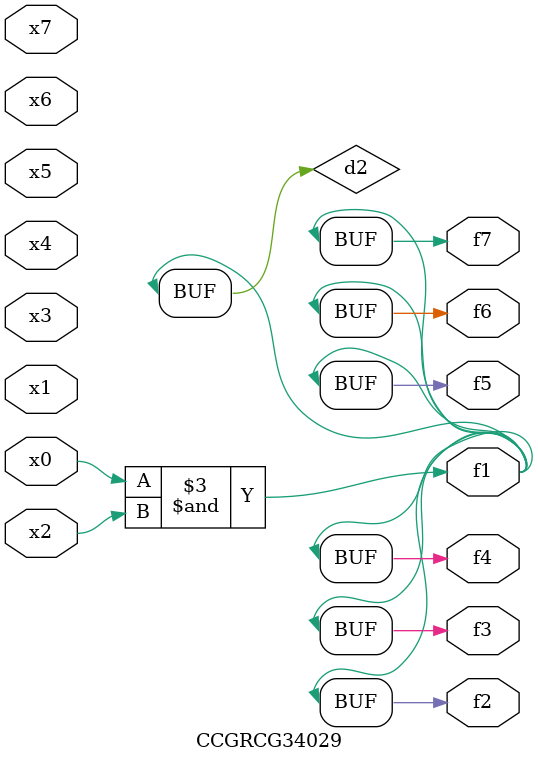
<source format=v>
module CCGRCG34029(
	input x0, x1, x2, x3, x4, x5, x6, x7,
	output f1, f2, f3, f4, f5, f6, f7
);

	wire d1, d2;

	nor (d1, x3, x6);
	and (d2, x0, x2);
	assign f1 = d2;
	assign f2 = d2;
	assign f3 = d2;
	assign f4 = d2;
	assign f5 = d2;
	assign f6 = d2;
	assign f7 = d2;
endmodule

</source>
